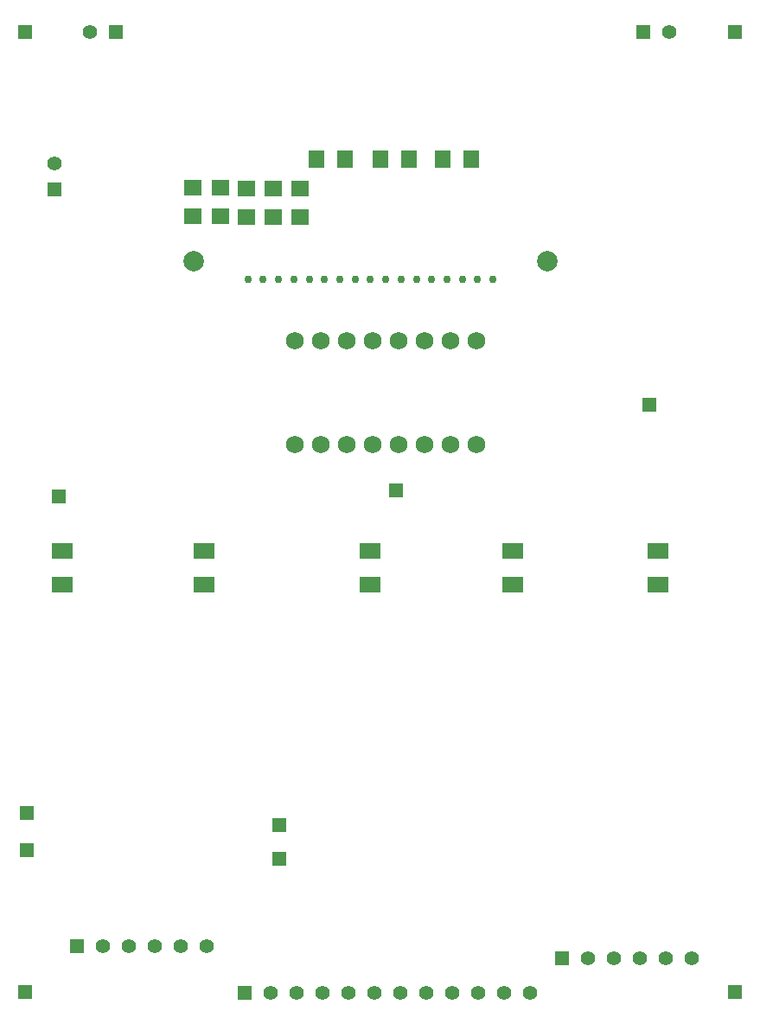
<source format=gbs>
G04 (created by PCBNEW (2013-07-07 BZR 4022)-stable) date 06/03/2017 2:17:35 PM*
%MOIN*%
G04 Gerber Fmt 3.4, Leading zero omitted, Abs format*
%FSLAX34Y34*%
G01*
G70*
G90*
G04 APERTURE LIST*
%ADD10C,0.00590551*%
%ADD11R,0.08X0.06*%
%ADD12R,0.055X0.055*%
%ADD13C,0.055*%
%ADD14C,0.0295276*%
%ADD15C,0.0787402*%
%ADD16C,0.0688976*%
%ADD17R,0.063X0.071*%
%ADD18R,0.071X0.063*%
G04 APERTURE END LIST*
G54D10*
G54D11*
X89803Y-60334D03*
X89803Y-61634D03*
X84212Y-60334D03*
X84212Y-61634D03*
X78720Y-60353D03*
X78720Y-61653D03*
X72322Y-60353D03*
X72322Y-61653D03*
X66850Y-60334D03*
X66850Y-61634D03*
G54D12*
X67401Y-75590D03*
G54D13*
X68401Y-75590D03*
X69401Y-75590D03*
X70401Y-75590D03*
X71401Y-75590D03*
X72401Y-75590D03*
G54D12*
X86122Y-76043D03*
G54D13*
X87122Y-76043D03*
X88122Y-76043D03*
X89122Y-76043D03*
X90122Y-76043D03*
X91122Y-76043D03*
G54D12*
X89224Y-40334D03*
G54D13*
X90224Y-40334D03*
G54D12*
X68905Y-40354D03*
G54D13*
X67905Y-40354D03*
G54D12*
X73870Y-77362D03*
G54D13*
X74870Y-77362D03*
X75870Y-77362D03*
X76870Y-77362D03*
X77870Y-77362D03*
X78870Y-77362D03*
X79870Y-77362D03*
X80870Y-77362D03*
X81870Y-77362D03*
X82870Y-77362D03*
X83870Y-77362D03*
X84870Y-77362D03*
G54D12*
X75196Y-70925D03*
X65472Y-71889D03*
X75196Y-72224D03*
X65472Y-70433D03*
G54D14*
X73996Y-49862D03*
X74586Y-49862D03*
X75177Y-49862D03*
X75767Y-49862D03*
X76358Y-49862D03*
X76948Y-49862D03*
X77539Y-49862D03*
X78129Y-49862D03*
X78720Y-49862D03*
X79311Y-49862D03*
X79901Y-49862D03*
X80492Y-49862D03*
X81082Y-49862D03*
X81673Y-49862D03*
X82263Y-49862D03*
X82854Y-49862D03*
X83444Y-49862D03*
G54D15*
X85531Y-49192D03*
X71909Y-49192D03*
G54D16*
X75799Y-56232D03*
X76799Y-56232D03*
X77799Y-56232D03*
X78799Y-56232D03*
X79799Y-56232D03*
X80799Y-56232D03*
X81799Y-56232D03*
X82799Y-56232D03*
X82799Y-52232D03*
X81799Y-52232D03*
X80799Y-52232D03*
X79799Y-52232D03*
X78799Y-52232D03*
X77799Y-52232D03*
X76799Y-52232D03*
X75799Y-52232D03*
G54D17*
X81497Y-45236D03*
X82597Y-45236D03*
X80215Y-45236D03*
X79115Y-45236D03*
X76654Y-45255D03*
X77754Y-45255D03*
G54D18*
X76003Y-47479D03*
X76003Y-46379D03*
X74960Y-47479D03*
X74960Y-46379D03*
X73937Y-47479D03*
X73937Y-46379D03*
X72933Y-47459D03*
X72933Y-46359D03*
X71889Y-47459D03*
X71889Y-46359D03*
G54D12*
X79704Y-58011D03*
X65413Y-77342D03*
X92775Y-77342D03*
X65413Y-40334D03*
X92775Y-40334D03*
X66692Y-58248D03*
X89468Y-54724D03*
X66555Y-46405D03*
G54D13*
X66555Y-45405D03*
M02*

</source>
